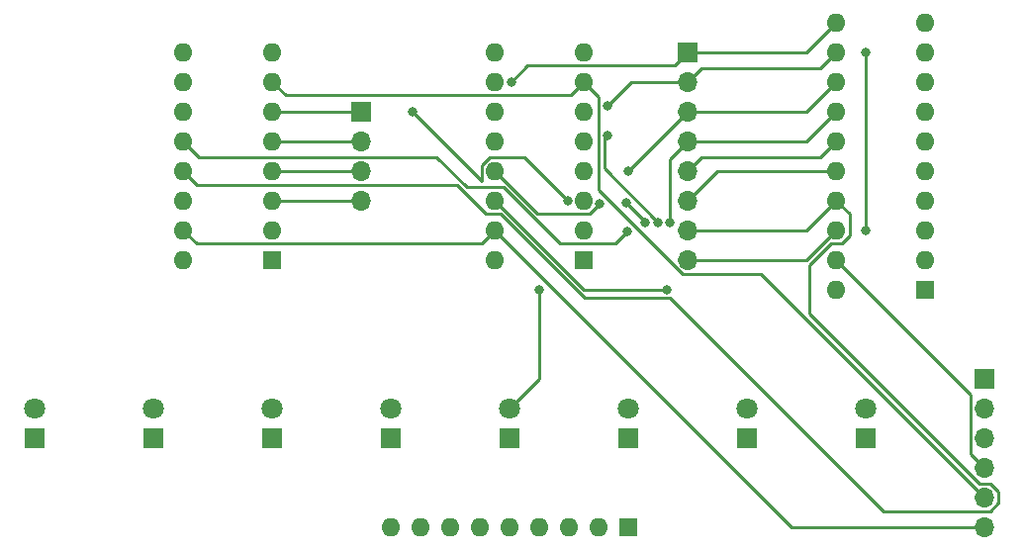
<source format=gbr>
%TF.GenerationSoftware,KiCad,Pcbnew,(7.0.0)*%
%TF.CreationDate,2023-03-05T21:28:25-05:00*%
%TF.ProjectId,8bc_ir,3862635f-6972-42e6-9b69-6361645f7063,rev?*%
%TF.SameCoordinates,Original*%
%TF.FileFunction,Copper,L1,Top*%
%TF.FilePolarity,Positive*%
%FSLAX46Y46*%
G04 Gerber Fmt 4.6, Leading zero omitted, Abs format (unit mm)*
G04 Created by KiCad (PCBNEW (7.0.0)) date 2023-03-05 21:28:25*
%MOMM*%
%LPD*%
G01*
G04 APERTURE LIST*
%TA.AperFunction,ComponentPad*%
%ADD10R,1.600000X1.600000*%
%TD*%
%TA.AperFunction,ComponentPad*%
%ADD11O,1.600000X1.600000*%
%TD*%
%TA.AperFunction,ComponentPad*%
%ADD12R,1.700000X1.700000*%
%TD*%
%TA.AperFunction,ComponentPad*%
%ADD13O,1.700000X1.700000*%
%TD*%
%TA.AperFunction,ComponentPad*%
%ADD14R,1.800000X1.800000*%
%TD*%
%TA.AperFunction,ComponentPad*%
%ADD15C,1.800000*%
%TD*%
%TA.AperFunction,ViaPad*%
%ADD16C,0.800000*%
%TD*%
%TA.AperFunction,Conductor*%
%ADD17C,0.250000*%
%TD*%
G04 APERTURE END LIST*
D10*
%TO.P,U3,1,Oe1*%
%TO.N,/GND*%
X156199999Y-66039999D03*
D11*
%TO.P,U3,2,Oe2*%
X156199999Y-63499999D03*
%TO.P,U3,3,Q0*%
%TO.N,Net-(D5-A)*%
X156199999Y-60959999D03*
%TO.P,U3,4,Q1*%
%TO.N,Net-(D6-A)*%
X156199999Y-58419999D03*
%TO.P,U3,5,Q2*%
%TO.N,Net-(D7-A)*%
X156199999Y-55879999D03*
%TO.P,U3,6,Q3*%
%TO.N,Net-(D8-A)*%
X156199999Y-53339999D03*
%TO.P,U3,7,Cp*%
%TO.N,/CLK*%
X156199999Y-50799999D03*
%TO.P,U3,8,GND*%
%TO.N,/GND*%
X156199999Y-48259999D03*
%TO.P,U3,9,E1*%
%TO.N,/~{II}*%
X148579999Y-48259999D03*
%TO.P,U3,10,E2*%
X148579999Y-50799999D03*
%TO.P,U3,11,D3*%
%TO.N,/BUS_0*%
X148579999Y-53339999D03*
%TO.P,U3,12,D2*%
%TO.N,/BUS_1*%
X148579999Y-55879999D03*
%TO.P,U3,13,D1*%
%TO.N,/BUS_2*%
X148579999Y-58419999D03*
%TO.P,U3,14,D0*%
%TO.N,/BUS_3*%
X148579999Y-60959999D03*
%TO.P,U3,15,Mr*%
%TO.N,/CLR*%
X148579999Y-63499999D03*
%TO.P,U3,16,VCC*%
%TO.N,/VCC*%
X148579999Y-66039999D03*
%TD*%
D10*
%TO.P,U2,1,Oe1*%
%TO.N,/GND*%
X129539999Y-66039999D03*
D11*
%TO.P,U2,2,Oe2*%
X129539999Y-63499999D03*
%TO.P,U2,3,Q0*%
%TO.N,/IR_7*%
X129539999Y-60959999D03*
%TO.P,U2,4,Q1*%
%TO.N,/IR_6*%
X129539999Y-58419999D03*
%TO.P,U2,5,Q2*%
%TO.N,/IR_5*%
X129539999Y-55879999D03*
%TO.P,U2,6,Q3*%
%TO.N,/IR_4*%
X129539999Y-53339999D03*
%TO.P,U2,7,Cp*%
%TO.N,/CLK*%
X129539999Y-50799999D03*
%TO.P,U2,8,GND*%
%TO.N,/GND*%
X129539999Y-48259999D03*
%TO.P,U2,9,E1*%
%TO.N,/~{II}*%
X121919999Y-48259999D03*
%TO.P,U2,10,E2*%
X121919999Y-50799999D03*
%TO.P,U2,11,D3*%
%TO.N,/BUS_4*%
X121919999Y-53339999D03*
%TO.P,U2,12,D2*%
%TO.N,/BUS_5*%
X121919999Y-55879999D03*
%TO.P,U2,13,D1*%
%TO.N,/BUS_6*%
X121919999Y-58419999D03*
%TO.P,U2,14,D0*%
%TO.N,/BUS_7*%
X121919999Y-60959999D03*
%TO.P,U2,15,Mr*%
%TO.N,/CLR*%
X121919999Y-63499999D03*
%TO.P,U2,16,VCC*%
%TO.N,/VCC*%
X121919999Y-66039999D03*
%TD*%
D10*
%TO.P,U1,1,A->B*%
%TO.N,/VCC*%
X185419999Y-68579999D03*
D11*
%TO.P,U1,2,A0*%
%TO.N,unconnected-(U1-A0-Pad2)*%
X185419999Y-66039999D03*
%TO.P,U1,3,A1*%
%TO.N,unconnected-(U1-A1-Pad3)*%
X185419999Y-63499999D03*
%TO.P,U1,4,A2*%
%TO.N,unconnected-(U1-A2-Pad4)*%
X185419999Y-60959999D03*
%TO.P,U1,5,A3*%
%TO.N,unconnected-(U1-A3-Pad5)*%
X185419999Y-58419999D03*
%TO.P,U1,6,A4*%
%TO.N,Net-(D5-A)*%
X185419999Y-55879999D03*
%TO.P,U1,7,A5*%
%TO.N,Net-(D6-A)*%
X185419999Y-53339999D03*
%TO.P,U1,8,A6*%
%TO.N,Net-(D7-A)*%
X185419999Y-50799999D03*
%TO.P,U1,9,A7*%
%TO.N,Net-(D8-A)*%
X185419999Y-48259999D03*
%TO.P,U1,10,GND*%
%TO.N,/GND*%
X185419999Y-45719999D03*
%TO.P,U1,11,B7*%
%TO.N,/BUS_0*%
X177799999Y-45719999D03*
%TO.P,U1,12,B6*%
%TO.N,/BUS_1*%
X177799999Y-48259999D03*
%TO.P,U1,13,B5*%
%TO.N,/BUS_2*%
X177799999Y-50799999D03*
%TO.P,U1,14,B4*%
%TO.N,/BUS_3*%
X177799999Y-53339999D03*
%TO.P,U1,15,B3*%
%TO.N,/BUS_4*%
X177799999Y-55879999D03*
%TO.P,U1,16,B2*%
%TO.N,/BUS_5*%
X177799999Y-58419999D03*
%TO.P,U1,17,B1*%
%TO.N,/BUS_6*%
X177799999Y-60959999D03*
%TO.P,U1,18,B0*%
%TO.N,/BUS_7*%
X177799999Y-63499999D03*
%TO.P,U1,19,CE*%
%TO.N,/~{IO}*%
X177799999Y-66039999D03*
%TO.P,U1,20,VCC*%
%TO.N,/VCC*%
X177799999Y-68579999D03*
%TD*%
D10*
%TO.P,RN1,1,common*%
%TO.N,/GND*%
X160019999Y-88899999D03*
D11*
%TO.P,RN1,2,R1*%
%TO.N,Net-(D8-K)*%
X157479999Y-88899999D03*
%TO.P,RN1,3,R2*%
%TO.N,Net-(D7-K)*%
X154939999Y-88899999D03*
%TO.P,RN1,4,R3*%
%TO.N,Net-(D6-K)*%
X152399999Y-88899999D03*
%TO.P,RN1,5,R4*%
%TO.N,Net-(D5-K)*%
X149859999Y-88899999D03*
%TO.P,RN1,6,R5*%
%TO.N,Net-(D4-K)*%
X147319999Y-88899999D03*
%TO.P,RN1,7,R6*%
%TO.N,Net-(D3-K)*%
X144779999Y-88899999D03*
%TO.P,RN1,8,R7*%
%TO.N,Net-(D2-K)*%
X142239999Y-88899999D03*
%TO.P,RN1,9,R8*%
%TO.N,Net-(D1-K)*%
X139699999Y-88899999D03*
%TD*%
D12*
%TO.P,J3,1,Pin_1*%
%TO.N,/IR_4*%
X137159999Y-53339999D03*
D13*
%TO.P,J3,2,Pin_2*%
%TO.N,/IR_5*%
X137159999Y-55879999D03*
%TO.P,J3,3,Pin_3*%
%TO.N,/IR_6*%
X137159999Y-58419999D03*
%TO.P,J3,4,Pin_4*%
%TO.N,/IR_7*%
X137159999Y-60959999D03*
%TD*%
%TO.P,J2,6,Pin_6*%
%TO.N,/CLR*%
X190499999Y-88899999D03*
%TO.P,J2,5,Pin_5*%
%TO.N,/CLK*%
X190499999Y-86359999D03*
%TO.P,J2,4,Pin_4*%
%TO.N,/~{IO}*%
X190499999Y-83819999D03*
%TO.P,J2,3,Pin_3*%
%TO.N,/~{II}*%
X190499999Y-81279999D03*
%TO.P,J2,2,Pin_2*%
%TO.N,/GND*%
X190499999Y-78739999D03*
D12*
%TO.P,J2,1,Pin_1*%
%TO.N,/VCC*%
X190499999Y-76199999D03*
%TD*%
%TO.P,J1,1,Pin_1*%
%TO.N,/BUS_0*%
X165099999Y-48259999D03*
D13*
%TO.P,J1,2,Pin_2*%
%TO.N,/BUS_1*%
X165099999Y-50799999D03*
%TO.P,J1,3,Pin_3*%
%TO.N,/BUS_2*%
X165099999Y-53339999D03*
%TO.P,J1,4,Pin_4*%
%TO.N,/BUS_3*%
X165099999Y-55879999D03*
%TO.P,J1,5,Pin_5*%
%TO.N,/BUS_4*%
X165099999Y-58419999D03*
%TO.P,J1,6,Pin_6*%
%TO.N,/BUS_5*%
X165099999Y-60959999D03*
%TO.P,J1,7,Pin_7*%
%TO.N,/BUS_6*%
X165099999Y-63499999D03*
%TO.P,J1,8,Pin_8*%
%TO.N,/BUS_7*%
X165099999Y-66039999D03*
%TD*%
D14*
%TO.P,D8,1,K*%
%TO.N,Net-(D8-K)*%
X180339999Y-81279999D03*
D15*
%TO.P,D8,2,A*%
%TO.N,Net-(D8-A)*%
X180340000Y-78740000D03*
%TD*%
D14*
%TO.P,D7,1,K*%
%TO.N,Net-(D7-K)*%
X170179999Y-81279999D03*
D15*
%TO.P,D7,2,A*%
%TO.N,Net-(D7-A)*%
X170180000Y-78740000D03*
%TD*%
D14*
%TO.P,D6,1,K*%
%TO.N,Net-(D6-K)*%
X160019999Y-81279999D03*
D15*
%TO.P,D6,2,A*%
%TO.N,Net-(D6-A)*%
X160020000Y-78740000D03*
%TD*%
D14*
%TO.P,D5,1,K*%
%TO.N,Net-(D5-K)*%
X149859999Y-81279999D03*
D15*
%TO.P,D5,2,A*%
%TO.N,Net-(D5-A)*%
X149860000Y-78740000D03*
%TD*%
D14*
%TO.P,D4,1,K*%
%TO.N,Net-(D4-K)*%
X139699999Y-81279999D03*
D15*
%TO.P,D4,2,A*%
%TO.N,/IR_4*%
X139700000Y-78740000D03*
%TD*%
D14*
%TO.P,D3,1,K*%
%TO.N,Net-(D3-K)*%
X129539999Y-81279999D03*
D15*
%TO.P,D3,2,A*%
%TO.N,/IR_5*%
X129540000Y-78740000D03*
%TD*%
D14*
%TO.P,D2,1,K*%
%TO.N,Net-(D2-K)*%
X119379999Y-81279999D03*
D15*
%TO.P,D2,2,A*%
%TO.N,/IR_6*%
X119380000Y-78740000D03*
%TD*%
D14*
%TO.P,D1,1,K*%
%TO.N,Net-(D1-K)*%
X109219999Y-81279999D03*
D15*
%TO.P,D1,2,A*%
%TO.N,/IR_7*%
X109220000Y-78740000D03*
%TD*%
D16*
%TO.N,/BUS_7*%
X180340000Y-63500000D03*
X180340000Y-48260000D03*
%TO.N,/BUS_5*%
X159827951Y-61152049D03*
X161403371Y-62859500D03*
X159946851Y-63573150D03*
%TO.N,/BUS_4*%
X154800497Y-60960000D03*
X141515500Y-53340000D03*
%TO.N,/BUS_3*%
X163284500Y-68580000D03*
X163559503Y-62859500D03*
%TO.N,/BUS_2*%
X157578011Y-61204310D03*
X160020000Y-58420000D03*
%TO.N,/BUS_1*%
X158204500Y-52850902D03*
%TO.N,/BUS_0*%
X149979503Y-50800000D03*
%TO.N,Net-(D7-A)*%
X162560000Y-62859500D03*
X158204500Y-55390902D03*
%TO.N,Net-(D5-A)*%
X152400000Y-68580000D03*
%TD*%
D17*
%TO.N,/BUS_7*%
X180340000Y-48260000D02*
X180340000Y-63500000D01*
%TO.N,/BUS_6*%
X178925000Y-62085000D02*
X177800000Y-60960000D01*
X178265991Y-64625000D02*
X178925000Y-63965991D01*
X178925000Y-63965991D02*
X178925000Y-62085000D01*
X177334009Y-64625000D02*
X178265991Y-64625000D01*
X175469009Y-66490000D02*
X177334009Y-64625000D01*
X175469009Y-70640710D02*
X175469009Y-66490000D01*
X190013299Y-85185000D02*
X175469009Y-70640710D01*
X190986701Y-85185000D02*
X190013299Y-85185000D01*
X191675000Y-85873299D02*
X190986701Y-85185000D01*
X191675000Y-86846701D02*
X191675000Y-85873299D01*
X190986701Y-87535000D02*
X191675000Y-86846701D01*
X163584805Y-69305000D02*
X181814805Y-87535000D01*
X156288604Y-69305000D02*
X163584805Y-69305000D01*
X149068604Y-62085000D02*
X156288604Y-69305000D01*
X181814805Y-87535000D02*
X190986701Y-87535000D01*
X147808604Y-62085000D02*
X149068604Y-62085000D01*
X145318604Y-59595000D02*
X147808604Y-62085000D01*
X123095000Y-59595000D02*
X145318604Y-59595000D01*
X121920000Y-58420000D02*
X123095000Y-59595000D01*
%TO.N,/BUS_5*%
X161403371Y-62859500D02*
X161403371Y-62727469D01*
X161403371Y-62727469D02*
X159827951Y-61152049D01*
X158870952Y-64649049D02*
X159946851Y-63573150D01*
X154172653Y-64649049D02*
X158870952Y-64649049D01*
X149358604Y-59835000D02*
X154172653Y-64649049D01*
X146195000Y-59835000D02*
X149358604Y-59835000D01*
X143605000Y-57245000D02*
X146195000Y-59835000D01*
X123285000Y-57245000D02*
X143605000Y-57245000D01*
X121920000Y-55880000D02*
X123285000Y-57245000D01*
%TO.N,/BUS_4*%
X151135497Y-57295000D02*
X154800497Y-60960000D01*
X147455000Y-57954009D02*
X148114009Y-57295000D01*
X148114009Y-57295000D02*
X151135497Y-57295000D01*
X141515500Y-53340000D02*
X147455000Y-59279500D01*
X147455000Y-59279500D02*
X147455000Y-57954009D01*
%TO.N,/BUS_3*%
X163284500Y-68580000D02*
X156200000Y-68580000D01*
X163559503Y-57420497D02*
X163559503Y-62859500D01*
X156200000Y-68580000D02*
X148580000Y-60960000D01*
X165100000Y-55880000D02*
X163559503Y-57420497D01*
%TO.N,/BUS_2*%
X157578011Y-61204310D02*
X156697321Y-62085000D01*
X156697321Y-62085000D02*
X152245000Y-62085000D01*
X165100000Y-53340000D02*
X160020000Y-58420000D01*
X152245000Y-62085000D02*
X148580000Y-58420000D01*
%TO.N,/BUS_1*%
X160255402Y-50800000D02*
X158204500Y-52850902D01*
X165100000Y-50800000D02*
X160255402Y-50800000D01*
%TO.N,/BUS_0*%
X151394503Y-49385000D02*
X149979503Y-50800000D01*
X163975000Y-49385000D02*
X151394503Y-49385000D01*
X165100000Y-48260000D02*
X163975000Y-49385000D01*
%TO.N,Net-(D7-A)*%
X157930000Y-58229500D02*
X157930000Y-55665402D01*
X157930000Y-55665402D02*
X158204500Y-55390902D01*
X162560000Y-62859500D02*
X157930000Y-58229500D01*
%TO.N,Net-(D5-A)*%
X152400000Y-76200000D02*
X152400000Y-68580000D01*
X149860000Y-78740000D02*
X152400000Y-76200000D01*
%TO.N,/CLR*%
X123045000Y-64625000D02*
X121920000Y-63500000D01*
X147455000Y-64625000D02*
X123045000Y-64625000D01*
X148580000Y-63500000D02*
X147455000Y-64625000D01*
X173980000Y-88900000D02*
X148580000Y-63500000D01*
X190500000Y-88900000D02*
X173980000Y-88900000D01*
%TO.N,/IR_7*%
X137160000Y-60960000D02*
X129540000Y-60960000D01*
%TO.N,/IR_6*%
X129540000Y-58420000D02*
X137160000Y-58420000D01*
%TO.N,/IR_5*%
X137160000Y-55880000D02*
X129540000Y-55880000D01*
%TO.N,/IR_4*%
X137160000Y-53340000D02*
X129540000Y-53340000D01*
%TO.N,/CLK*%
X156200000Y-50800000D02*
X155075000Y-51925000D01*
X155075000Y-51925000D02*
X130665000Y-51925000D01*
X130665000Y-51925000D02*
X129540000Y-50800000D01*
X157480000Y-52080000D02*
X156200000Y-50800000D01*
X157480000Y-60081701D02*
X157480000Y-52080000D01*
X164613299Y-67215000D02*
X157480000Y-60081701D01*
X171355000Y-67215000D02*
X164613299Y-67215000D01*
X190500000Y-86360000D02*
X171355000Y-67215000D01*
%TO.N,/~{IO}*%
X189325000Y-82645000D02*
X190500000Y-83820000D01*
X189325000Y-77565000D02*
X189325000Y-82645000D01*
X177800000Y-66040000D02*
X189325000Y-77565000D01*
%TO.N,/BUS_7*%
X175260000Y-66040000D02*
X165100000Y-66040000D01*
X177800000Y-63500000D02*
X175260000Y-66040000D01*
%TO.N,/BUS_6*%
X175260000Y-63500000D02*
X177800000Y-60960000D01*
X165100000Y-63500000D02*
X175260000Y-63500000D01*
%TO.N,/BUS_5*%
X167640000Y-58420000D02*
X165100000Y-60960000D01*
X177800000Y-58420000D02*
X167640000Y-58420000D01*
%TO.N,/BUS_4*%
X176385000Y-57295000D02*
X177800000Y-55880000D01*
X166225000Y-57295000D02*
X176385000Y-57295000D01*
X165100000Y-58420000D02*
X166225000Y-57295000D01*
%TO.N,/BUS_3*%
X175260000Y-55880000D02*
X165100000Y-55880000D01*
X177800000Y-53340000D02*
X175260000Y-55880000D01*
%TO.N,/BUS_2*%
X175260000Y-53340000D02*
X177800000Y-50800000D01*
X165100000Y-53340000D02*
X175260000Y-53340000D01*
%TO.N,/BUS_1*%
X166225000Y-49675000D02*
X176385000Y-49675000D01*
X176385000Y-49675000D02*
X177800000Y-48260000D01*
X165100000Y-50800000D02*
X166225000Y-49675000D01*
%TO.N,/BUS_0*%
X165100000Y-48260000D02*
X175260000Y-48260000D01*
X175260000Y-48260000D02*
X177800000Y-45720000D01*
%TD*%
M02*

</source>
